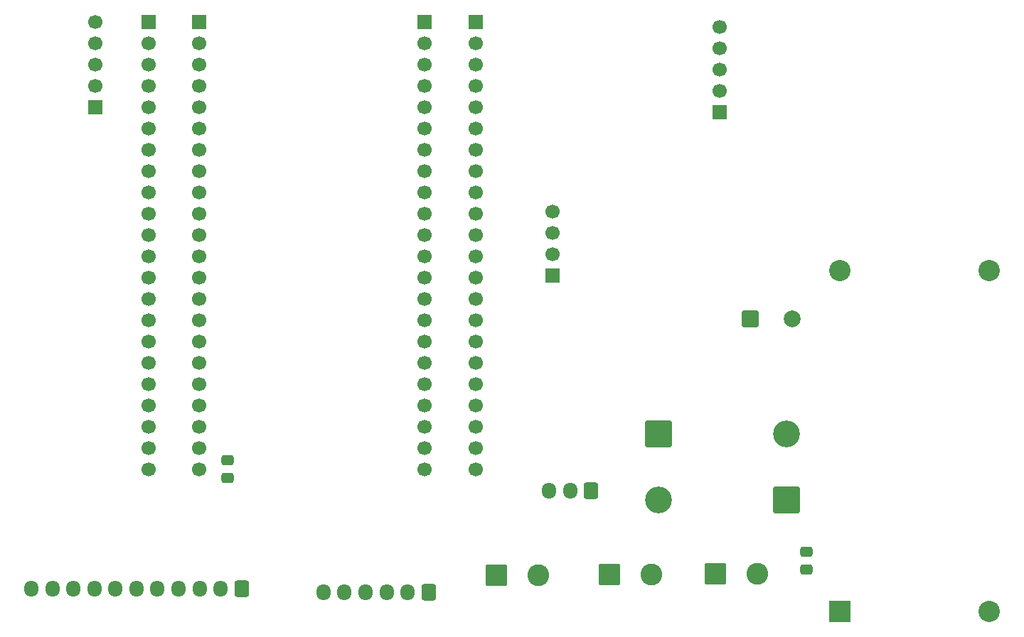
<source format=gbr>
%TF.GenerationSoftware,KiCad,Pcbnew,9.0.3*%
%TF.CreationDate,2025-08-18T13:19:13+07:00*%
%TF.ProjectId,shield,73686965-6c64-42e6-9b69-6361645f7063,rev?*%
%TF.SameCoordinates,Original*%
%TF.FileFunction,Soldermask,Top*%
%TF.FilePolarity,Negative*%
%FSLAX46Y46*%
G04 Gerber Fmt 4.6, Leading zero omitted, Abs format (unit mm)*
G04 Created by KiCad (PCBNEW 9.0.3) date 2025-08-18 13:19:13*
%MOMM*%
%LPD*%
G01*
G04 APERTURE LIST*
G04 Aperture macros list*
%AMRoundRect*
0 Rectangle with rounded corners*
0 $1 Rounding radius*
0 $2 $3 $4 $5 $6 $7 $8 $9 X,Y pos of 4 corners*
0 Add a 4 corners polygon primitive as box body*
4,1,4,$2,$3,$4,$5,$6,$7,$8,$9,$2,$3,0*
0 Add four circle primitives for the rounded corners*
1,1,$1+$1,$2,$3*
1,1,$1+$1,$4,$5*
1,1,$1+$1,$6,$7*
1,1,$1+$1,$8,$9*
0 Add four rect primitives between the rounded corners*
20,1,$1+$1,$2,$3,$4,$5,0*
20,1,$1+$1,$4,$5,$6,$7,0*
20,1,$1+$1,$6,$7,$8,$9,0*
20,1,$1+$1,$8,$9,$2,$3,0*%
G04 Aperture macros list end*
%ADD10RoundRect,0.250000X-1.050000X-1.050000X1.050000X-1.050000X1.050000X1.050000X-1.050000X1.050000X0*%
%ADD11C,2.600000*%
%ADD12RoundRect,0.250000X1.350000X1.350000X-1.350000X1.350000X-1.350000X-1.350000X1.350000X-1.350000X0*%
%ADD13C,3.200000*%
%ADD14R,1.700000X1.700000*%
%ADD15C,1.700000*%
%ADD16RoundRect,0.250000X0.475000X-0.337500X0.475000X0.337500X-0.475000X0.337500X-0.475000X-0.337500X0*%
%ADD17RoundRect,0.250000X-1.350000X-1.350000X1.350000X-1.350000X1.350000X1.350000X-1.350000X1.350000X0*%
%ADD18RoundRect,0.250000X0.600000X0.725000X-0.600000X0.725000X-0.600000X-0.725000X0.600000X-0.725000X0*%
%ADD19O,1.700000X1.950000*%
%ADD20RoundRect,0.250000X-0.475000X0.337500X-0.475000X-0.337500X0.475000X-0.337500X0.475000X0.337500X0*%
%ADD21RoundRect,0.250000X-0.750000X-0.750000X0.750000X-0.750000X0.750000X0.750000X-0.750000X0.750000X0*%
%ADD22C,2.000000*%
%ADD23R,2.540000X2.540000*%
%ADD24C,2.540000*%
G04 APERTURE END LIST*
D10*
%TO.C,J4*%
X177215800Y-138531600D03*
D11*
X182215800Y-138531600D03*
%TD*%
D12*
%TO.C,D1*%
X185674000Y-129692400D03*
D13*
X170434000Y-129692400D03*
%TD*%
D14*
%TO.C,J8*%
X115804000Y-72720200D03*
D15*
X115804000Y-75260200D03*
X115804000Y-77800200D03*
X115804000Y-80340200D03*
X115804000Y-82880200D03*
X115804000Y-85420200D03*
X115804000Y-87960200D03*
X115804000Y-90500200D03*
X115804000Y-93040200D03*
X115804000Y-95580200D03*
X115804000Y-98120200D03*
X115804000Y-100660200D03*
X115804000Y-103200200D03*
X115804000Y-105740200D03*
X115804000Y-108280200D03*
X115804000Y-110820200D03*
X115804000Y-113360200D03*
X115804000Y-115900200D03*
X115804000Y-118440200D03*
X115804000Y-120980200D03*
X115804000Y-123520200D03*
X115804000Y-126060200D03*
%TD*%
D16*
%TO.C,C3*%
X188061600Y-137968900D03*
X188061600Y-135893900D03*
%TD*%
D17*
%TO.C,D2*%
X170434000Y-121843800D03*
D13*
X185674000Y-121843800D03*
%TD*%
D10*
%TO.C,J15*%
X164592000Y-138597200D03*
D11*
X169592000Y-138597200D03*
%TD*%
D18*
%TO.C,J13*%
X143079800Y-140656800D03*
D19*
X140579800Y-140656800D03*
X138079800Y-140656800D03*
X135579800Y-140656800D03*
X133079800Y-140656800D03*
X130579800Y-140656800D03*
%TD*%
D14*
%TO.C,J6*%
X157886800Y-102910800D03*
D15*
X157886800Y-100370800D03*
X157886800Y-97830800D03*
X157886800Y-95290800D03*
%TD*%
D14*
%TO.C,J5*%
X103378000Y-82854800D03*
D15*
X103378000Y-80314800D03*
X103378000Y-77774800D03*
X103378000Y-75234800D03*
X103378000Y-72694800D03*
%TD*%
D18*
%TO.C,J3*%
X162433000Y-128600200D03*
D19*
X159933000Y-128600200D03*
X157433000Y-128600200D03*
%TD*%
D10*
%TO.C,J14*%
X151119200Y-138678700D03*
D11*
X156119200Y-138678700D03*
%TD*%
D14*
%TO.C,J10*%
X109714000Y-72720200D03*
D15*
X109714000Y-75260200D03*
X109714000Y-77800200D03*
X109714000Y-80340200D03*
X109714000Y-82880200D03*
X109714000Y-85420200D03*
X109714000Y-87960200D03*
X109714000Y-90500200D03*
X109714000Y-93040200D03*
X109714000Y-95580200D03*
X109714000Y-98120200D03*
X109714000Y-100660200D03*
X109714000Y-103200200D03*
X109714000Y-105740200D03*
X109714000Y-108280200D03*
X109714000Y-110820200D03*
X109714000Y-113360200D03*
X109714000Y-115900200D03*
X109714000Y-118440200D03*
X109714000Y-120980200D03*
X109714000Y-123520200D03*
X109714000Y-126060200D03*
%TD*%
D14*
%TO.C,J2*%
X177749600Y-83434400D03*
D15*
X177749600Y-80894400D03*
X177749600Y-78354400D03*
X177749600Y-75814400D03*
X177749600Y-73274400D03*
%TD*%
D14*
%TO.C,J9*%
X142574000Y-72720200D03*
D15*
X142574000Y-75260200D03*
X142574000Y-77800200D03*
X142574000Y-80340200D03*
X142574000Y-82880200D03*
X142574000Y-85420200D03*
X142574000Y-87960200D03*
X142574000Y-90500200D03*
X142574000Y-93040200D03*
X142574000Y-95580200D03*
X142574000Y-98120200D03*
X142574000Y-100660200D03*
X142574000Y-103200200D03*
X142574000Y-105740200D03*
X142574000Y-108280200D03*
X142574000Y-110820200D03*
X142574000Y-113360200D03*
X142574000Y-115900200D03*
X142574000Y-118440200D03*
X142574000Y-120980200D03*
X142574000Y-123520200D03*
X142574000Y-126060200D03*
%TD*%
D20*
%TO.C,C5*%
X119151400Y-124950400D03*
X119151400Y-127025400D03*
%TD*%
D18*
%TO.C,J1*%
X120813200Y-140309600D03*
D19*
X118313200Y-140309600D03*
X115813200Y-140309600D03*
X113313200Y-140309600D03*
X110813200Y-140309600D03*
X108313200Y-140309600D03*
X105813200Y-140309600D03*
X103313200Y-140309600D03*
X100813200Y-140309600D03*
X98313200Y-140309600D03*
X95813200Y-140309600D03*
%TD*%
D14*
%TO.C,J11*%
X148664000Y-72720200D03*
D15*
X148664000Y-75260200D03*
X148664000Y-77800200D03*
X148664000Y-80340200D03*
X148664000Y-82880200D03*
X148664000Y-85420200D03*
X148664000Y-87960200D03*
X148664000Y-90500200D03*
X148664000Y-93040200D03*
X148664000Y-95580200D03*
X148664000Y-98120200D03*
X148664000Y-100660200D03*
X148664000Y-103200200D03*
X148664000Y-105740200D03*
X148664000Y-108280200D03*
X148664000Y-110820200D03*
X148664000Y-113360200D03*
X148664000Y-115900200D03*
X148664000Y-118440200D03*
X148664000Y-120980200D03*
X148664000Y-123520200D03*
X148664000Y-126060200D03*
%TD*%
D21*
%TO.C,C1*%
X181401323Y-108102400D03*
D22*
X186401323Y-108102400D03*
%TD*%
D23*
%TO.C,U1*%
X192024000Y-142951200D03*
D24*
X209804000Y-142951200D03*
X209804000Y-102311200D03*
X192024000Y-102311200D03*
%TD*%
M02*

</source>
